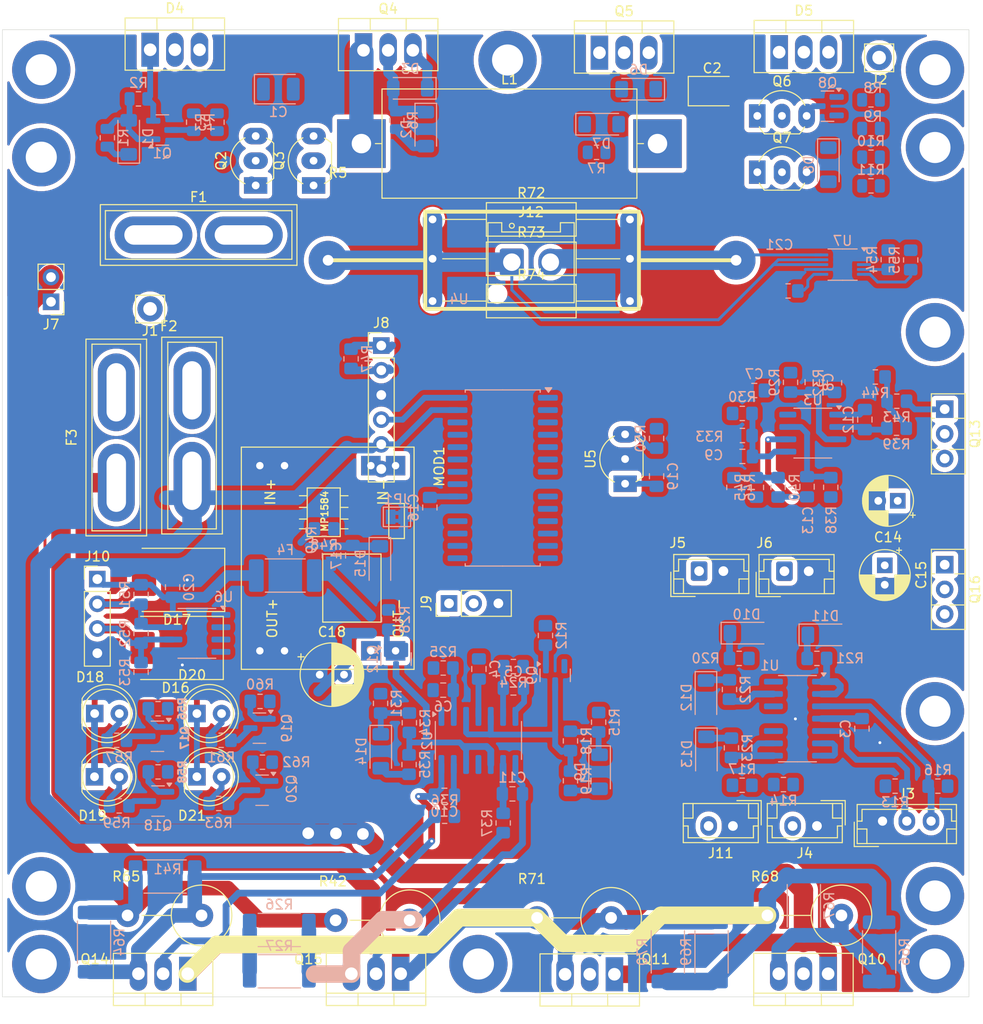
<source format=kicad_pcb>
(kicad_pcb (version 20240108) (generator "pcbnew") (generator_version "8.0")
  (layers (0 "F.Cu" signal) (31 "B.Cu" signal) (34 "B.Paste" user) (35 "F.Paste" user) (36 "B.SilkS" user "B.Silkscreen") (37 "F.SilkS" user "F.Silkscreen") (38 "B.Mask" user) (39 "F.Mask" user) (44 "Edge.Cuts" user))
  (net 0 "")
  (net 1 "GND")
  (net 2 "VOLTAGE_BATT_12V")
  (net 3 "VREF_2V5")
  (net 4 "Net-(U2A--)")
  (net 5 "+5V")
  (net 6 "Net-(Q10-B)")
  (net 7 "Net-(U2B--)")
  (net 8 "Net-(Q19-B)")
  (net 9 "Net-(Q20-B)")
  (net 10 "TEMP_HEAT_SINK_12V")
  (net 11 "TEMP_HEAT_SINK_24V")
  (net 12 "TEMP_AKU_24V")
  (net 13 "TEMP_AKU_12V")
  (net 14 "Net-(U3A-+)")
  (net 15 "DC_LINE_24V")
  (net 16 "Net-(U3B-+)")
  (net 17 "Net-(Q16-B)")
  (net 18 "Net-(Q17-C)")
  (net 19 "Net-(Q17-B)")
  (net 20 "Net-(Q18-B)")
  (net 21 "Net-(U2C--)")
  (net 22 "Net-(U2D--)")
  (net 23 "BALANCE_ON_24V")
  (net 24 "BALANCE_ON_12V")
  (net 25 "Net-(U3A--)")
  (net 26 "Net-(U3B--)")
  (net 27 "Net-(J6-Pin_1)")
  (net 28 "PWM_OUT1")
  (net 29 "Net-(J5-Pin_1)")
  (net 30 "PWM_OUT2")
  (net 31 "Net-(D1-A)")
  (net 32 "Net-(D2-K)")
  (net 33 "Net-(MOD1-OUT+)")
  (net 34 "Net-(Q4-D)")
  (net 35 "Net-(Q5-D)")
  (net 36 "Net-(D6-A)")
  (net 37 "Net-(C13-Pad1)")
  (net 38 "Net-(D8-A)")
  (net 39 "Net-(D14-K)")
  (net 40 "/BMS_microcontroller/RS485_A")
  (net 41 "/BMS_microcontroller/RS485_B")
  (net 42 "Net-(D18-A)")
  (net 43 "Net-(D19-A)")
  (net 44 "Net-(D20-A)")
  (net 45 "Net-(D21-A)")
  (net 46 "Net-(J1-Pin_1)")
  (net 47 "Net-(J7-Pin_1)")
  (net 48 "Net-(D2-A)")
  (net 49 "Net-(D7-A)")
  (net 50 "Net-(Q9-C)")
  (net 51 "Net-(Q9-B)")
  (net 52 "Net-(Q10-E)")
  (net 53 "Net-(Q12-B)")
  (net 54 "RST")
  (net 55 "Net-(Q12-C)")
  (net 56 "Net-(Q14-E)")
  (net 57 "SDA")
  (net 58 "CLOCK")
  (net 59 "RS485_OUTPUT_ENABLE")
  (net 60 "RS232_RX")
  (net 61 "RS232_TX")
  (net 62 "Net-(Q18-C)")
  (net 63 "Net-(Q19-C)")
  (net 64 "Net-(Q20-C)")
  (net 65 "Net-(U1B--)")
  (net 66 "Net-(U1A--)")
  (net 67 "Net-(U1D--)")
  (net 68 "PGD")
  (net 69 "PGC")
  (net 70 "DBG_UART")
  (net 71 "Net-(U1C--)")
  (net 72 "+BATT_12V")
  (net 73 "GNDA")
  (net 74 "Net-(D9-K)")
  (net 75 "Net-(R40-Pad2)")
  (net 76 "+BATT_24V")
  (net 77 "Net-(R39-Pad2)")
  (net 78 "Net-(Q13-B)")
  (net 80 "Net-(Q14-B)")
  (net 81 "Net-(Q15-B)")
  (net 82 "Net-(Q15-E)")
  (net 83 "RC0")
  (net 84 "IDEAL_DIODE_DISABLE")
  (net 85 "Net-(J3-Pin_2)")
  (net 86 "Net-(J3-Pin_3)")
  (net 87 "Net-(J4-Pin_2)")
  (net 88 "Net-(J11-Pin_2)")
  (net 89 "PWM_OUT_DISCH")
  (net 90 "Net-(Q1-C)")
  (net 91 "Net-(Q2-B)")
  (net 92 "LED1")
  (net 93 "LED2")
  (net 94 "PWM_OUT_CHRG")
  (net 95 "Net-(Q6-B)")
  (net 96 "Net-(Q8-C)")
  (net 97 "Net-(Q11-B)")
  (net 98 "Net-(Q11-E)")
  (net 99 "R_shunt_L")
  (net 100 "R_shunt_H")
  (footprint "Resistor_THT:R_Axial_DIN0309_L9.0mm_D3.2mm_P20.32mm_Horizontal" (layer "F.Cu") (at 201.28 74.45)
    (property "Reference" "R73")
    (property "Value" "20A/75mV")
  )
  (footprint "LED_THT:LED_D5.0mm" (layer "F.Cu") (at 166.495 121.235)
    (property "Reference" "D18")
    (property "Value" "LED")
  )
  (footprint "Connector_JST:JST_EH_B2B-EH-A_1x02_P2.50mm_Vertical" (layer "F.Cu") (at 232.2 132.8 180)
    (property "Reference" "J11")
    (property "Value" "HEATSING_TEMP1")
  )
  (footprint "LED_THT:LED_D5.0mm" (layer "F.Cu") (at 177.02 121.235)
    (property "Reference" "D20")
    (property "Value" "LED")
  )
  (footprint "Connector_JST:JST_EH_B2B-EH-A_1x02_P2.50mm_Vertical" (layer "F.Cu") (at 237.5 106.59)
    (property "Reference" "J6")
    (property "Value" "FAN2")
  )
  (footprint "Connector_PinHeader_2.54mm:PinHeader_1x06_P2.54mm_Vertical" (layer "F.Cu") (at 196 83.38)
    (property "Reference" "J8")
    (property "Value" "ICP")
  )
  (footprint "Connector_JST:JST_EH_B2B-EH-A_1x02_P2.50mm_Vertical" (layer "F.Cu") (at 228.72 106.58)
    (property "Reference" "J5")
    (property "Value" "FAN1")
  )
  (footprint "Connector_Pin:Pin_D1.4mm_L8.5mm_W2.8mm_FlatFork" (layer "F.Cu") (at 172.2 79.6)
    (property "Reference" "J1")
    (property "Value" "BATT")
  )
  (footprint "Resistor_THT:R_Axial_DIN0617_L17.0mm_D6.0mm_P7.62mm_Vertical" (layer "F.Cu") (at 243.37 142 180)
    (property "Reference" "R68")
    (property "Value" "0R1")
  )
  (footprint "My-Footprints:TO-220-3_V_Thick_Pads" (layer "F.Cu") (at 194.17 53)
    (property "Reference" "Q4")
    (property "Value" "PMOS")
  )
  (footprint "Connector_JST:JST_EH_B3B-EH-A_1x03_P2.50mm_Vertical" (layer "F.Cu") (at 247.6 132.3)
    (property "Reference" "J3")
    (property "Value" "Conn_01x03")
  )
  (footprint "My-Footprints:TO-220-3_V_Thick_Pads" (layer "F.Cu") (at 236.96 53.195)
    (property "Reference" "D5")
    (property "Value" "D_Schottk")
  )
  (footprint "Connector_PinHeader_2.54mm:PinHeader_1x03_P2.54mm_Vertical" (layer "F.Cu") (at 202.975 109.9 90)
    (property "Reference" "J9")
    (property "Value" "Conn_01x03")
  )
  (footprint "My-Footprints:TO-220-3_V_Thick_Pads" (layer "F.Cu") (at 176.08 148 180)
    (property "Reference" "Q14")
    (property "Value" "NPN")
  )
  (footprint "Diode_SMD:D_SMC" (layer "F.Cu") (at 174.825 114.485 180)
    (property "Reference" "D16")
    (property "Value" "D_TVS")
  )
  (footprint "Resistor_THT:R_Axial_DIN0309_L9.0mm_D3.2mm_P20.32mm_Horizontal" (layer "F.Cu") (at 201.28 70.4)
    (property "Reference" "R72")
    (property "Value" "20A/75mV")
  )
  (footprint "Resistor_THT:R_Axial_DIN0617_L17.0mm_D6.0mm_P7.62mm_Vertical" (layer "F.Cu") (at 177.5 142 180)
    (property "Reference" "R65")
    (property "Value" "0R1")
  )
  (footprint "Resistor_THT:R_Axial_DIN0309_L9.0mm_D3.2mm_P20.32mm_Horizontal" (layer "F.Cu") (at 201.28 78.8)
    (property "Reference" "R74")
    (property "Value" "R")
  )
  (footprint "My-Footprints:TO-92_Inline_Wide" (layer "F.Cu") (at 183.0712 66.9036 90)
    (property "Reference" "Q2")
    (property "Value" "BC337")
  )
  (footprint "Diode_SMD:D_SMC" (layer "F.Cu") (at 174.975 107.485 180)
    (property "Reference" "D17")
    (property "Value" "D_TVS")
  )
  (footprint "Capacitor_THT:CP_Radial_D5.0mm_P2.00mm" (layer "F.Cu") (at 247.83 105.984888 -90)
    (property "Reference" "C15")
    (property "Value" "47u")
  )
  (footprint "Package_TO_SOT_THT:TO-126-3_Vertical" (layer "F.Cu") (at 254 89.92 -90)
    (property "Reference" "Q13")
    (property "Value" "BD238")
  )
  (footprint "Inductor_THT:L_Axial_L26.0mm_D11.0mm_P30.48mm_Horizontal_Fastron_77A" (layer "F.Cu") (at 193.955 62.6)
    (property "Reference" "L1")
    (property "Value" "L")
  )
  (footprint "Fuse:Fuse_Blade_ATO_directSolder" (layer "F.Cu") (at 172.55 72)
    (property "Reference" "F1")
    (property "Value" "6,3A")
  )
  (footprint "LED_THT:LED_D5.0mm" (layer "F.Cu") (at 166.48 127.735)
    (property "Reference" "D19")
    (property "Value" "LED")
  )
  (footprint "Connector_Hirose:Hirose_DF63M-2P-3.96DSA_1x02_P3.96mm_Vertical" (layer "F.Cu") (at 209.44 74.8)
    (property "Reference" "J12")
    (property "Value" "External Current Shunt")
  )
  (footprint "Connector_PinHeader_2.54mm:PinHeader_1x04_P2.54mm_Vertical" (layer "F.Cu") (at 166.77 107.405)
    (property "Reference" "J10")
    (property "Value" "RS485")
  )
  (footprint "My-Footprints:TO-220-3_V_Thick_Pads" (layer "F.Cu") (at 220 148.055 180)
    (property "Reference" "Q11")
    (property "Value" "NPN")
  )
  (footprint "Connector_PinHeader_2.54mm:PinHeader_1x02_P2.54mm_Vertical" (layer "F.Cu") (at 162 78.875 180)
    (property "Reference" "J7")
    (property "Value" "Batt")
  )
  (footprint "My-Footprints:TO-220-3_V_Thick_Pads" (layer "F.Cu") (at 198 148 180)
    (property "Reference" "Q15")
    (property "Value" "NPN")
  )
  (footprint "Connector_JST:JST_EH_B2B-EH-A_1x02_P2.50mm_Vertical" (layer "F.Cu") (at 240.85 132.8 180)
    (property "Reference" "J4")
    (property "Value" "HEATSING_TEMP1")
  )
  (footprint "My-Footprints:TO-220-3_V_Thick_Pads" (layer "F.Cu") (at 218.46 53.25)
    (property "Reference" "Q5")
    (property "Value" "PMOS")
  )
  (footprint "Capacitor_THT:CP_Radial_D6.3mm_P2.50mm" (layer "F.Cu") (at 189.667621 117.234998)
    (property "Reference" "C18")
    (property "Value" "10u")
  )
  (footprint "LED_THT:LED_D5.0mm" (layer "F.Cu") (at 177.02 127.735)
    (property "Reference" "D21")
    (property "Value" "LED")
  )
  (footprint "Capacitor_Tantalum_SMD:CP_EIA-3528-21_Kemet-B" (layer "F.Cu") (at 230.0625 57.2)
    (property "Reference" "C2")
    (property "Value" "22u")
  )
  (footprint "My-Footprints:TO-220-3_V_Thick_Pads" (layer "F.Cu") (at 242 148 180)
    (property "Reference" "Q10")
    (property "Value" "NPN")
  )
  (footprint "My-Footprints:TO-92_Inline_Wide" (layer "F.Cu") (at 221.1 97.59 90)
    (property "Reference" "U5")
    (property "Value" "TL431LP")
  )
  (footprint "Capacitor_THT:CP_Radial_D5.0mm_P2.00mm" (layer "F.Cu") (at 249.165113 99.35 180)
    (property "Reference" "C14")
    (property "Value" "47u/16V")
  )
  (footprint "My-Footprints:TO-92_Inline_Wide" (layer "F.Cu") (at 234.71 65.54)
    (property "Reference" "Q7")
    (property "Value" "BC327")
  )
  (footprint "Connector_Pin:Pin_D1.4mm_L8.5mm_W2.8mm_FlatFork" (layer "F.Cu") (at 247.25 53.75)
    (property "Reference" "J2")
    (property "Value" "OUT")
  )
  (footprint "My-Footprints:TO-92_Inline_Wide" (layer "F.Cu") (at 234.71 59.75)
    (property "Reference" "Q6")
    (property "Value" "BC337")
  )
  (footprint "My-Footprints:TO-220-3_V_Thick_Pads" (layer "F.Cu") (at 172.21 52.945)
    (property "Reference" "D4")
    (property "Value" "D_Schottk")
  )
  (footprint "Resistor_THT:R_Axial_DIN0617_L17.0mm_D6.0mm_P7.62mm_Vertical" (layer "F.Cu") (at 198.92 142.5 180)
    (property "Reference" "R42")
    (property "Value" "0R1")
  )
  (footprint "Fuse:Fuse_Blade_ATO_directSolder" (layer "F.Cu") (at 168.72 97.485 90)
    (property "Reference" "F3")
    (property "Value" "6,3A")
  )
  (footprint "Resistor_THT:R_Axial_DIN0617_L17.0mm_D6.0mm_P7.62mm_Vertical" (layer "F.Cu") (at 219.66 142.25 180)
    (property "Reference" "R71")
    (property "Value" "0R1")
  )
  (footprint "My-Footprints-converters-modules:MP1584_Mini_3A_Step_Down_Conv" (layer "F.Cu") (at 199.375 93.825 -90)
    (property "Reference" "MOD1")
    (property "Value" "LM2596-Step-Down")
  )
  (footprint "My-Footprints:TO-92_Inline_Wide" (layer "F.Cu") (at 189.0312 66.9036 90)
    (property "Reference" "Q3")
    (property "Value" "BC327")
  )
  (footprint "My-Footprints:Resistor-Power-5W-L22-W10" (layer "F.Cu") (at 188.525 74.6)
    (property "Reference" "R5")
    (property "Value" "20A/75mV")
  )
  (footprint "Package_TO_SOT_THT:TO-126-3_Vertical" (layer "F.Cu") (at 254 105.92 -90)
    (property "Reference" "Q16")
    (property "Value" "BD238")
  )
  (footprint "Fuse:Fuse_Blade_ATO_directSolder" (layer "F.Cu") (at 176.52 97.285 90)
    (property "Reference" "F2")
    (property "Value" "2A")
  )
  (footprint "Resistor_SMD:R_2512_6332Metric_Pad1.40x3.35mm_HandSolder" (layer "B.Cu") (at 247.25 145.75 90)
    (property "Reference" "R66")
    (property "Value" "0R1")
  )
  (footprint "Resistor_SMD:R_0805_2012Metric_Pad1.20x1.40mm_HandSolder" (layer "B.Cu") (at 208.55 132.49 -90)
    (property "Reference" "R37")
    (property "Value" "0R")
  )
  (footprint "Capacitor_SMD:C_0805_2012Metric_Pad1.18x1.45mm_HandSolder" (layer "B.Cu") (at 240.36 87.14 90)
    (property "Reference" "C8")
    (property "Value" "1u")
  )
  (footprint "Capacitor_SMD:C_0805_2012Metric_Pad1.18x1.45mm_HandSolder" (layer "B.Cu") (at 234.4 88 180)
    (property "Reference" "C7")
    (property "Value" "100n")
  )
  (footprint "Package_TO_SOT_SMD:SOT-23" (layer "B.Cu") (at 197.52 115.63 -90)
    (property "Reference" "Q12")
    (property "Value" "BC817")
  )
  (footprint "Resistor_SMD:R_0805_2012Metric_Pad1.20x1.40mm_HandSolder" (layer "B.Cu") (at 218.375 122.125 90)
    (property "Reference" "R15")
    (property "Value" "120R")
  )
  (footprint "Capacitor_SMD:C_0805_2012Metric_Pad1.18x1.45mm_HandSolder" (layer "B.Cu") (at 201 100.0375 -90)
    (property "Reference" "C16")
    (property "Value" "100n")
  )
  (footprint "Package_TO_SOT_SMD:SOT-23" (layer "B.Cu") (at 213.9 117.3 -90)
    (property "Reference" "Q9")
    (property "Value" "BC817")
  )
  (footprint "Package_SO:SO-8_3.9x4.9mm_P1.27mm" (layer "B.Cu") (at 240.425 92.385 180)
    (property "Reference" "U3")
    (property "Value" "LM358")
  )
  (footprint "Resistor_SMD:R_0805_2012Metric_Pad1.20x1.40mm_HandSolder" (layer "B.Cu") (at 232.045 124.76 90)
    (property "Reference" "R23")
    (property "Value" "1k")
  )
  (footprint "Resistor_SMD:R_0805_2012Metric" (layer "B.Cu") (at 218.1625 63.5)
    (property "Reference" "R7")
    (property "Value" "100R")
  )
  (footprint "Resistor_SMD:R_0805_2012Metric_Pad1.20x1.40mm_HandSolder" (layer "B.Cu") (at 171.27 108.985 -90)
    (property "Reference" "R51")
    (property "Value" "510R")
  )
  (footprint "Resistor_SMD:R_0805_2012Metric_Pad1.20x1.40mm_HandSolder" (layer "B.Cu") (at 183.52 119.985)
    (property "Reference" "R60")
    (property "Value" "10K")
  )
  (footprint "Resistor_SMD:R_0805_2012Metric" (layer "B.Cu") (at 179.0875 60.4 -90)
    (property "Reference" "R3")
    (property "Value" "10k")
  )
  (footprint "Capacitor_SMD:C_0805_2012Metric_Pad1.18x1.45mm_HandSolder" (layer "B.Cu") (at 233.1725 94.78 180)
    (property "Reference" "C9")
    (property "Value" "1u")
  )
  (footprint "Resistor_SMD:R_2512_6332Metric_Pad1.40x3.35mm_HandSolder" (layer "B.Cu") (at 239.5 141 90)
    (property "Reference" "R67")
    (property "Value" "0R1")
  )
  (footprint "Resistor_SMD:R_0805_2012Metric_Pad1.20x1.40mm_HandSolder" (layer "B.Cu") (at 198.86 126.48 90)
    (property "Reference" "R35")
    (property "Value" "120R")
  )
  (footprint "Capacitor_SMD:C_0805_2012Metric_Pad1.18x1.45mm_HandSolder" (layer "B.Cu") (at 202.375 118.825)
    (property "Reference" "C6")
    (property "Value" "100n")
  )
  (footprint "Resistor_SMD:R_0805_2012Metric_Pad1.20x1.40mm_HandSolder" (layer "B.Cu") (at 215.475 128.15 90)
    (property "Reference" "R19")
    (property "Value" "120R")
  )
  (footprint "Capacitor_SMD:C_0805_2012Metric_Pad1.18x1.45mm_HandSolder" (layer "B.Cu") (at 209.5 129.5 180)
    (property "Reference" "C11")
    (property "Value" "100n")
  )
  (footprint "Package_SO:VSSOP-10_3x3mm_P0.5mm" (layer "B.Cu") (at 243.49 75.05 180)
    (property "Reference" "U7")
    (property "Value" "INA226")
  )
  (footprint "Resistor_SMD:R_0805_2012Metric_Pad1.20x1.40mm_HandSolder" (layer "B.Cu") (at 173.02 120.735)
    (property "Reference" "R56")
    (property "Value" "10K")
  )
  (footprint "Package_TO_SOT_SMD:SOT-23" (layer "B.Cu") (at 183.7325 129.1225 180)
    (property "Reference" "Q20")
    (property "Value" "BC817")
  )
  (footprint "Capacitor_SMD:C_0805_2012Metric_Pad1.18x1.45mm_HandSolder" (layer "B.Cu") (at 209.6 118.6 180)
    (property "Reference" "C5")
    (property "Value" "100n")
  )
  (footprint "Resistor_SMD:R_0805_2012Metric_Pad1.20x1.40mm_HandSolder" (layer "B.Cu") (at 240.845 115.56 180)
    (property "Reference" "R21")
    (property "Value" "1k")
  )
  (footprint "Package_SO:SOIC-14_3.9x8.7mm_P1.27mm" (layer "B.Cu") (at 238.845 121.76 180)
    (property "Reference" "U1")
    (property "Value" "LM324")
  )
  (footprint "Diode_SMD:D_MiniMELF" (layer "B.Cu") (at 218.475 127.225 -90)
    (property "Reference" "D9")
    (property "Value" "3V3")
  )
  (footprint "Diode_SMD:D_MiniMELF" (layer "B.Cu") (at 229.4225 119.5825 -90)
    (property "Reference" "D12")
    (property "Value" "3V3")
  )
  (footprint "Resistor_SMD:R_0805_2012Metric_Pad1.20x1.40mm_HandSolder" (layer "B.Cu") (at 215.475 124.05 90)
    (property "Reference" "R18")
    (property "Value" "120R")
  )
  (footprint "Resistor_SMD:R_0805_2012Metric_Pad1.20x1.40mm_HandSolder" (layer "B.Cu") (at 233.15 128.61 180)
    (property "Reference" "R17")
    (property "Value" "150k")
  )
  (footprint "Resistor_SMD:R_0805_2012Metric" (layer "B.Cu") (at 246.4125 61.05 180)
    (property "Reference" "R9")
    (property "Value" "1k")
  )
  (footprint "Jumper:SolderJumper-2_P1.3mm_Bridged2Bar_Pad1.0x1.5mm" (layer "B.Cu") (at 197.61 101 180)
    (property "Reference" "JP1")
    (property "Value" "GND_Bridged")
  )
  (footprint "Resistor_SMD:R_0805_2012Metric" (layer "B.Cu") (at 171 58 180)
    (property "Reference" "R2")
    (property "Value" "10k")
  )
  (footprint "Resistor_SMD:R_0805_2012Metric_Pad1.20x1.40mm_HandSolder" (layer "B.Cu") (at 238.13 87.16 -90)
    (property "Reference" "R29")
    (property "Value" "2k2")
  )
  (footprint "Resistor_SMD:R_0805_2012Metric_Pad1.20x1.40mm_HandSolder" (layer "B.Cu") (at 242.66 87.2 -90)
    (property "Reference" "R32")
    (property "Value" "100k")
  )
  (footprint "Resistor_SMD:R_0805_2012Metric_Pad1.20x1.40mm_HandSolder" (layer "B.Cu") (at 192.89 84.74 90)
    (property "Reference" "R47")
    (property "Value" "10k")
  )
  (footprint "Resistor_SMD:R_0805_2012Metric_Pad1.20x1.40mm_HandSolder" (layer "B.Cu") (at 233.1725 92.63)
    (property "Reference" "R33")
    (property "Value" "100k")
  )
  (footprint "Resistor_SMD:R_2512_6332Metric_Pad1.40x3.35mm_HandSolder" (layer "B.Cu") (at 173.75 138 180)
    (property "Reference" "R41")
    (property "Value" "0R1")
  )
  (footprint "Resistor_SMD:R_0805_2012Metric_Pad1.20x1.40mm_HandSolder" (layer "B.Cu") (at 242.27 97.96 90)
    (property "Reference" "R38")
    (property "Value" "1k")
  )
  (footprint "Resistor_SMD:R_0805_2012Metric_Pad1.20x1.40mm_HandSolder" (layer "B.Cu") (at 202.375 116.55 180)
    (property "Reference" "R25")
    (property "Value" "0R")
  )
  (footprint "Resistor_SMD:R_0805_2012Metric_Pad1.20x1.40mm_HandSolder" (layer "B.Cu") (at 212.9 113.2 90)
    (property "Reference" "R12")
    (property "Value" "10k")
  )
  (footprint "Resistor_SMD:R_0805_2012Metric_Pad1.20x1.40mm_HandSolder" (layer "B.Cu") (at 171.27 116.985 -90)
    (property "Reference" "R53")
    (property "Value" "510R")
  )
  (footprint "Resistor_SMD:R_2512_6332Metric_Pad1.40x3.35mm_HandSolder" (layer "B.Cu") (at 166.43 144.75 90)
    (property "Reference" "R64")
    (property "Value" "0R1")
  )
  (footprint "Resistor_SMD:R_0805_2012Metric_Pad1.20x1.40mm_HandSolder" (layer "B.Cu") (at 168.77 123.985 180)
    (property "Reference" "R57")
    (property "Value" "220R")
  )
  (footprint "Resistor_SMD:R_0805_2012Metric_Pad1.20x1.40mm_HandSolder" (layer "B.Cu") (at 224.34 92.93 -90)
    (property "Reference" "R50")
    (property "Value" "1k")
  )
  (footprint "Diode_SMD:D_MiniMELF" (layer "B.Cu") (at 242.0225 64.7725 -90)
    (property "Reference" "D8")
    (property "Value" "LL4148")
  )
  (footprint "Diode_SMD:D_MiniMELF" (layer "B.Cu") (at 200.58125 61.1125 -90)
    (property "Reference" "D2")
    (property "Value" "LL4148")
  )
  (footprint "Resistor_SMD:R_0805_2012Metric_Pad1.20x1.40mm_HandSolder" (layer "B.Cu") (at 233.1625 90.36)
    (property "Reference" "R30")
    (property "Value" "2k2")
  )
  (footprint "Package_TO_SOT_SMD:SOT-23" (layer "B.Cu") (at 173.02 130.235 180)
    (property "Reference" "Q18")
    (property "Value" "BC817")
  )
  (footprint "Resistor_SMD:R_0805_2012Metric_Pad1.20x1.40mm_HandSolder" (layer "B.Cu") (at 183.77 126.235)
    (property "Reference" "R62")
    (property "Value" "10K")
  )
  (footprint "Resistor_SMD:R_0805_2012Metric" (layer "B.Cu") (at 246.4125 58.1 180)
    (property "Reference" "R8")
    (property "Value" "10k")
  )
  (footprint "Diode_SMD:D_MiniMELF" (layer "B.Cu") (at 233.645 112.96)
    (property "Reference" "D10")
    (property "Value" "3V3")
  )
  (footprint "Resistor_SMD:R_2512_6332Metric_Pad1.40x3.35mm_HandSolder" (layer "B.Cu") (at 230 145.75 -90)
    (property "Reference" "R69")
    (property "Value" "0R1")
  )
  (footprint "Diode_SMD:D_MiniMELF" (layer "B.Cu") (at 198.98125 56.9125 180)
    (property "Reference" "D3")
    (property "Value" "18V")
  )
  (footprint "Capacitor_SMD:C_0805_2012Metric_Pad1.18x1.45mm_HandSolder" (layer "B.Cu") (at 193.06 104.98 -90)
    (property "Reference" "C17")
    (property "Value" "100n")
  )
  (footprint "Resistor_SMD:R_0805_2012Metric" (layer "B.Cu") (at 246.4125 66.95 180)
    (property "Reference" "R11")
    (property "Value" "4k7")
  )
  (footprint "Fuse:Fuse_2512_6332Metric_Pad1.52x3.35mm_HandSolder" (layer "B.Cu") (at 186.12 107.035 180)
    (property "Reference" "F4")
    (property "Value" "2A")
  )
  (footprint "Capacitor_Tantalum_SMD:CP_EIA-3528-21_Kemet-B" (layer "B.Cu") (at 185.4 57)
    (property "Reference" "C1")
    (property "Value" "22u")
  )
  (footprint "Resistor_SMD:R_0805_2012Metric_Pad1.20x1.40mm_HandSolder" (layer "B.Cu") (at 231.845 118.76 90)
    (property "Reference" "R22")
    (property "Value" "1k")
  )
  (footprint "Diode_SMD:D_MiniMELF" (layer "B.Cu") (at 218.685594 60.605)
    (property "Reference" "D7")
    (property "Value" "LL4148")
  )
  (footprint "Resistor_SMD:R_0805_2012Metric_Pad1.20x1.40mm_HandSolder" (layer "B.Cu") (at 195.9275 120.1875 90)
    (property "Reference" "R31")
    (property "Value" "120R")
  )
  (footprint "Resistor_SMD:R_0805_2012Metric" (layer "B.Cu") (at 176.6875 60.4 90)
    (property "Reference" "R4")
    (property "Value" "1k")
  )
  (footprint "Capacitor_SMD:C_0805_2012Metric_Pad1.18x1.45mm_HandSolder" (layer "B.Cu") (at 174.52 108.235 90)
    (property "Reference" "C20")
    (property "Value" "100n")
  )
  (footprint "Diode_SMD:D_MiniMELF" (layer "B.Cu") (at 170 61.955 90)
    (property "Reference" "D1")
    (property "Value" "LL4148")
  )
  (footprint "Capacitor_SMD:C_0805_2012Metric_Pad1.18x1.45mm_HandSolder" (layer "B.Cu") (at 245.78 90.99 -90)
    (property "Reference" "C12")
    (property "Value" "100n")
  )
  (footprint "Diode_SMD:D_MiniMELF" (layer "B.Cu") (at 195.86 105.78 -90)
    (property "Reference" "D15")
    (property "Value" "3V3")
  )
  (footprint "Resistor_SMD:R_0805_2012Metric_Pad1.20x1.40mm_HandSolder" (layer "B.Cu") (at 248.19 74.54 -90)
    (property "Reference" "R54")
    (property "Value" "10k")
  )
  (footprint "Resistor_SMD:R_2512_6332Metric_Pad1.40x3.35mm_HandSolder" (layer "B.Cu") (at 185.5 147.75 180)
    (property "Reference" "R27")
    (property "Value" "0R1")
  )
  (footprint "Resistor_SMD:R_0805_2012Metric_Pad1.20x1.40mm_HandSolder" (layer "B.Cu") (at 202.525 131.8 180)
    (property "Reference" "R36")
    (property "Value" "0R")
  )
  (footprint "Package_TO_SOT_SMD:SOT-23" (layer "B.Cu") (at 172.9575 123.5725 180)
    (property "Reference" "Q17")
    (property "Value" "BC817")
  )
  (footprint "Resistor_SMD:R_0805_2012Metric_Pad1.20x1.40mm_HandSolder" (layer "B.Cu") (at 173.02 127.235)
    (property "Reference" "R58")
    (property "Value" "10K")
  )
  (footprint "Resistor_SMD:R_0805_2012Metric_Pad1.20x1.40mm_HandSolder" (layer "B.Cu") (at 253.3 128.7 180)
    (property "Reference" "R16")
    (property "Value" "150k")
  )
  (footprint "Capacitor_SMD:C_0805_2012Metric_Pad1.18x1.45mm_HandSolder" (layer "B.Cu") (at 202.5 129.65)
    (property "Reference" "C10")
    (property "Value" "100n")
  )
  (footprint "Resistor_SMD:R_0805_2012Metric_Pad1.20x1.40mm_HandSolder" (layer "B.Cu") (at 169.02 130.735 180)
    (property "Reference" "R59")
    (property "Value" "220R")
  )
  (footprint "Resistor_SMD:R_0805_2012Metric_Pad1.20x1.40mm_HandSolder" (layer "B.Cu") (at 190.66 104.98 -90)
    (property "Reference" "R49")
    (property "Value" "1k3")
  )
  (footprint "Package_TO_SOT_SMD:SOT-23" (layer "B.Cu") (at 241.9375 58.75 180)
    (property "Reference" "Q8")
    (property "Value" "BC817")
  )
  (footprint "Capacitor_SMD:C_0805_2012Metric_Pad1.18x1.45mm_HandSolder" (layer "B.Cu") (at 206.05 116.65 90)
    (property "Reference" "C4")
    (property "Value" "100n")
  )
  (footprint "Package_SO:SOIC-8_3.9x4.9mm_P1.27mm" (layer "B.Cu") (at 177.02 112.985 180)
    (property "Reference" "U6")
    (property "Value" "ST485")
  )
  (footprint "Resistor_SMD:R_0805_2012Metric_Pad1.20x1.40mm_HandSolder" (layer "B.Cu") (at 190.12 102.235)
    (property "Reference" "R48")
    (property "Value" "6k8")
  )
  (footprint "Resistor_SMD:R_0805_2012Metric_Pad1.20x1.40mm_HandSolder" (layer "B.Cu") (at 246.86 86.61)
    (property "Reference" "R44")
    (property "Value" "6k2")
  )
  (footprint "Package_SO:SOIC-14_3.9x8.7mm_P1.27mm" (layer "B.Cu") (at 206 124 -90)
    (property "Reference" "U2")
    (property "Value" "LM324")
  )
  (footprint "Resistor_SMD:R_0805_2012Metric_Pad1.20x1.40mm_HandSolder" (layer "B.Cu") (at 179.27 130.485 180)
    (property "Reference" "R63")
    (property "Value" "220R")
  )
  (footprint "Package_TO_SOT_SMD:SOT-23" (layer "B.Cu") (at 183.4575 122.735 180)
    (property "Reference" "Q19")
    (property "Value" "BC817")
  )
  (footprint "Resistor_SMD:R_0805_2012Metric_Pad1.20x1.40mm_HandSolder" (layer "B.Cu") (at 237.4 128.54)
    (property "Reference" "R14")
    (property "Value" "150k")
  )
  (footprint "Diode_SMD:D_MiniMELF" (layer "B.Cu") (at 241.6675 113.1375)
    (property "Reference" "D11")
    (property "Value" "3V3")
  )
  (footprint "Resistor_SMD:R_0805_2012Metric_Pad1.20x1.40mm_HandSolder" (layer "B.Cu") (at 179.52 123.985 180)
    (property "Reference" "R61")
    (property "Value" "220R")
  )
  (footprint "Resistor_SMD:R_0805_2012Metric_Pad1.20x1.40mm_HandSolder" (layer "B.Cu") (at 232.3 97.97 90)
    (property "Reference" "R46")
    (property "Value" "6k2")
  )
  (footprint "Resistor_SMD:R_0805_2012Metric_Pad1.20x1.40mm_HandSolder" (layer "B.Cu") (at 249.04 91.88)
    (property "Reference" "R39")
    (property "Value" "0R")
  )
  (footprint "Capacitor_SMD:C_0805_2012Metric_Pad1.18x1.45mm_HandSolder" (layer "B.Cu") (at 224.34 96.82 90)
    (property "Reference" "C19")
    (property "Value" "100n")
  )
  (footprint "Resistor_SMD:R_2512_6332Metric_Pad1.40x3.35mm_HandSolder" (layer "B.Cu") (at 185.5 143.5 180)
    (property "Reference" "R26")
    (property "Value" "0R1")
  )
  (footprint "Resistor_SMD:R_0805_2012Metric" (layer "B.Cu") (at 246.4125 64 180)
    (property "Reference" "R10")
    (property "Value" "10k")
  )
  (footprint "Capacitor_SMD:C_0805_2012Metric_Pad1.18x1.45mm_HandSolder" (layer "B.Cu") (at 245.48 122.79 -90)
    (property "Reference" "C3")
    (property "Value" "100n")
  )
  (footprint "Resistor_SMD:R_2512_6332Metric_Pad1.40x3.35mm_HandSolder" (layer "B.Cu") (at 225.5 145.75 -90)
    (property "Reference" "R70")
    (property "Value" "0R1")
  )
  (footprint "Resistor_SMD:R_0805_2012Metric_Pad1.20x1.40mm_HandSolder" (layer "B.Cu") (at 171.27 112.985 -90)
    (property "Reference" "R52")
    (property "Value" "120R")
  )
  (footprint "Resistor_SMD:R_0805_2012Metric_Pad1.20x1.40mm_HandSolder" (layer "B.Cu") (at 196.77 111.5675 90)
    (property "Reference" "R28")
    (property "Value" "10k")
  )
  (footprint "Diode_SMD:D_MiniMELF" (layer "B.Cu") (at 195.95 125.11 -90)
    (property "Reference" "D14")
    (property "Value" "3V3")
  )
  (footprint "Resistor_SMD:R_0805_2012Metric_Pad1.20x1.40mm_HandSolder" (layer "B.Cu") (at 234.62 97.97 -90)
    (property "Reference" "R45")
    (property "Value" "10k")
  )
  (footprint "Capacitor_SMD:C_0805_2012Metric_Pad1.18x1.45mm_HandSolder" (layer "B.Cu") (at 239.83 97.9 -90)
    (property "Reference" "C13")
    (property "Value" "100n")
  )
  (footprint "Resistor_SMD:R_0805_2012Metric_Pad1.20x1.40mm_HandSolder" (layer "B.Cu") (at 237.88 77.76 180)
    (property "Reference" "C21")
    (property "Value" "100n")
  )
  (footprint "Diode_SMD:D_MiniMELF" (layer "B.Cu") (at 222.5 57 180)
    (property "Reference" "D6")
    (property "Value" "18V")
  )
  (footprint "Resistor_SMD:R_0805_2012Metric_Pad1.20x1.40mm_HandSolder" (layer "B.Cu") (at 209.6 116.4)
    (property "Reference" "R24")
    (property "Value" "0R")
  )
  (footprint "Package_TO_SOT_SMD:SOT-23" (layer "B.Cu") (at 173.4625 61.2)
    (property "Reference" "Q1")
    (property "Value" "BC817")
  )
  (footprint "Resistor_SMD:R_0805_2012Metric" (layer "B.Cu") (at 167.8 62 90)
    (property "Reference" "R1")
    (property "Value" "4k7")
  )
  (footprint "Resistor_SMD:R_0805_2012Metric_Pad1.20x1.40mm_HandSolder" (layer "B.Cu") (at 236.85 97.96 90)
    (property "Reference" "R40")
    (property "Value" "0R")
  )
  (footprint "Diode_SMD:D_MiniMELF" (layer "B.Cu") (at 229.4675 125.3825 -90)
    (property "Reference" "D13")
    (property "Value" "3V3")
  )
  (footprint "Resistor_SMD:R_0805_2012Metric_Pad1.20x1.40mm_HandSolder" (layer "B.Cu") (at 248.9 128.7)
    (property "Reference" "R13")
    (property "Value" "150k")
  )
  (footprint "Resistor_SMD:R_0805_2012Metric_Pad1.20x1.40mm_HandSolder" (layer "B.Cu") (at 198.89 122.18 90)
    (property "Reference" "R34")
    (property "Value" "120R")
  )
  (footprint "Resistor_SMD:R_0805_2012Metric" (layer "B.Cu") (at 197.6 60.2 90)
    (property "Reference" "R6")
    (property "Value" "1k")
  )
  (footprint "Resistor_SMD:R_0805_2012Metric_Pad1.20x1.40mm_HandSolder" (layer "B.Cu") (at 249.07 89.1)
    (property "Reference" "R43")
    (property "Value" "10K")
  )
  (footprint "Package_SO:SOIC-28W_7.5x17.9mm_P1.27mm" (layer "B.Cu") (at 208.5 97 180)
    (property "Reference" "U4")
    (property "Value" "PIC16F886-IP")
  )
  (footprint "Resistor_SMD:R_0805_2012Metric_Pad1.20x1.40mm_HandSolder" (layer "B.Cu") (at 250.5 74.57 -90)
    (property "Reference" "R55")
    (property "Value" "10k")
  )
  (footprint "Resistor_SMD:R_0805_2012Metric_Pad1.20x1.40mm_HandSolder" (layer "B.Cu") (at 232.845 115.56 180)
    (property "Reference" "R20")
    (property "Value" "1k")
  )
  (gr_line (start 192.9384 145.6436) (end 196.1388 142.4432) (stroke (width 1.8)) (layer "B.SilkS"))
  (gr_line (start 192.9384 148.0312) (end 189.1284 148.0312) (stroke (width 1.8)) (layer "B.SilkS"))
  (gr_line (start 196.1388 142.4432) (end 199.39 142.4432) (stroke (width 1.8)) (layer "B.SilkS"))
  (gr_line (start 192.9384 148.0312) (end 192.9384 145.6436) (stroke (width 1.8)) (layer "B.SilkS"))
  (gr_line (start 201.2442 145.0086) (end 204.0382 142.2146) (stroke (width 1.8)) (layer "F.SilkS"))
  (gr_line (start 176.022 148.0312) (end 179.07 144.9832) (stroke (width 1.8)) (layer "F.SilkS"))
  (gr_line (start 221.8944 144.8816) (end 224.79 141.986) (stroke (width 1.8)) (layer "F.SilkS"))
  (gr_line (start 212.0138 142.24) (end 214.6808 144.8816) (stroke (width 1.8)) (layer "F.SilkS"))
  (gr_line (start 179.07 144.9832) (end 201.168 144.9832) (stroke (width 1.8)) (layer "F.SilkS"))
  (gr_line (start 203.9366 142.24) (end 212.0138 142.24) (stroke (width 1.8)) (layer "F.SilkS"))
  (gr_line (start 214.7824 144.8816) (end 221.8944 144.8816) (stroke (width 1.8)) (layer "F.SilkS"))
  (gr_line (start 224.8408 141.986) (end 235.7628 141.986) (stroke (width 1.8)) (layer "F.SilkS"))
  (gr_rect (start 157 50.88) (end 256.5 150.38) (stroke (width 0.05)) (fill none) (layer "Edge.Cuts"))
  (via (at 253 55) (size 6) (drill 3.2) (layers "F.Cu" "B.Cu") (net 0))
  (via (at 253 82) (size 6) (drill 3.2) (layers "F.Cu" "B.Cu") (net 0))
  (via (at 253 140) (size 6) (drill 3.2) (layers "F.Cu" "B.Cu") (net 0))
  (via (at 209 54) (size 6) (drill 3.2) (layers "F.Cu" "B.Cu") (net 0))
  (via (at 253 63) (size 6) (drill 3.2) (layers "F.Cu" "B.Cu") (net 0))
  (via (at 206 147) (size 6) (drill 3.2) (layers "F.Cu" "B.Cu") (net 0))
  (via (at 161 147) (size 6) (drill 3.2) (layers "F.Cu" "B.Cu") (net 0))
  (via (at 161 55) (size 6) (drill 3.2) (layers "F.Cu" "B.Cu") (net 0))
  (via (at 161 64) (size 6) (drill 3.2) (layers "F.Cu" "B.Cu") (net 0))
  (via (at 161 139) (size 6) (drill 3.2) (layers "F.Cu" "B.Cu") (net 0))
  (via (at 253 121) (size 6) (drill 3.2) (layers "F.Cu" "B.Cu") (net 0))
  (via (at 253 147) (size 6) (drill 3.2) (layers "F.Cu" "B.Cu") (net 0))
  (via (at 238.63 121.78) (size 0.6) (drill 0.3) (layers "F.Cu" "B.Cu") (net 1))
  (via (at 247.33 124.23) (size 0.6) (drill 0.3) (layers "F.Cu" "B.Cu") (net 1))
  (via (at 175.52 116.235) (size 0.6) (drill 0.3) (layers "F.Cu" "B.Cu") (net 1))
  (via (at 176.02 107.485) (size 0.6) (drill 0.3) (layers "F.Cu" "B.Cu") (net 1))
  (segment (start 244.6 74.55) (end 244.59 74.54) (width 0.3) (layer "B.Cu") (net 1))
  (segment (start 245.69 74.55) (end 244.6 74.55) (width 0.3) (layer "B.Cu") (net 1))
  (segment (start 244.59 74.54) (end 246.96 74.54) (width 0.3) (layer "B.Cu") (net 1))
  (segment (start 241.29 75.55) (end 239.65 75.55) (width 0.3) (layer "B.Cu") (net 1))
  (segment (start 239.65 75.55) (end 239.66 75.54) (width 0.3) (layer "B.Cu") (net 1))
  (segment (start 183.77 93.73) (end 181.23 93.73) (width 1.1) (layer "B.Cu") (net 1))
  (segment (start 239.66 75.54) (end 243.48 75.54) (width 0.3) (layer "B.Cu") (net 1))
  (segment (start 190.71 104.03) (end 190.66 103.98) (width 0.8) (layer "B.Cu") (net 2))
  (segment (start 188.46 103.98) (end 190.66 103.98) (width 0.7) (layer "B.Cu") (net 2))
  (segment (start 195.86 104.03) (end 190.71 104.03) (width 0.8) (layer "B.Cu") (net 2))
  (segment (start 224.34 93.93) (end 223.66 93.93) (width 0.6) (layer "B.Cu") (net 3))
  (segment (start 222.24 92.51) (end 221.1 92.51) (width 0.6) (layer "B.Cu") (net 3))
  (segment (start 223.66 93.93) (end 222.24 92.51) (width 0.6) (layer "B.Cu") (net 3))
  (segment (start 224.0725 97.59) (end 224.34 97.8575) (width 0.6) (layer "B.Cu") (net 3))
  (segment (start 221.1 97.59) (end 224.0725 97.59) (width 0.6) (layer "B.Cu") (net 3))
  (segment (start 203.46 121.525) (end 203.46 116.6225) (width 0.6) (layer "B.Cu") (net 4))
  (segment (start 203.46 116.6225) (end 203.3375 116.5) (width 0.6) (layer "B.Cu") (net 4))
  (segment (start 167.27 118.985) (end 176.27 118.985) (width 0.6) (layer "F.Cu") (net 5))
  (segment (start 177.02 119.735) (end 177.02 121.235) (width 0.6) (layer "F.Cu") (net 5))
  (segment (start 166.495 121.235) (end 166.495 119.76) (width 0.6) (layer "F.Cu") (net 5))
  (segment (start 166.495 119.76) (end 167.27 118.985) (width 0.6) (layer "F.Cu") (net 5))
  (segment (start 176.27 118.985) (end 177.02 119.735) (width 0.6) (layer "F.Cu") (net 5))
  (segment (start 174.52 109.2725) (end 173.5575 109.2725) (width 0.6) (layer "B.Cu") (net 5))
  (segment (start 203.85 98.905) (end 201.095 98.905) (width 0.6) (layer "B.Cu") (net 5))
  (segment (start 166.02 121.71) (end 166.495 121.235) (width 0.6) (layer "B.Cu") (net 5))
  (segment (start 167.35 107.985) (end 166.77 107.405) (width 0.6) (layer "B.Cu") (net 5))
  (segment (start 183.1325 107.035) (end 180.12 107.035) (width 1.1) (layer "B.Cu") (net 5))
  (segment (start 245.4725 121.76) (end 245.48 121.7525) (width 0.7) (layer "B.Cu") (net 5))
  (segment (start 180.12 107.035) (end 177.8825 109.2725) (width 1.1) (layer "B.Cu") (net 5))
  (segment (start 201.095 98.905) (end 201 99) (width 0.6) (layer "B.Cu") (net 5))
  (segment (start 239.47 77.63) (end 238.41 77.63) (width 0.3) (layer "B.Cu") (net 5))
  (segment (start 241.29 76.05) (end 240.52 76.05) (width 0.3) (layer "B.Cu") (net 5))
  (segment (start 239.52 77.68) (end 239.47 77.63) (width 0.3) (layer "B.Cu") (net 5))
  (segment (start 239.91 77.29) (end 239.52 77.68) (width 0.3) (layer "B.Cu") (net 5))
  (segment (start 166.48 121.25) (end 166.495 121.235) (width 0.7) (layer "B.Cu") (net 5))
  (segment (start 166.48 127.735) (end 166.02 127.275) (width 0.6) (layer "B.Cu") (net 5))
  (segment (start 173.5575 109.2725) (end 172.27 107.985) (width 0.6) (layer "B.Cu") (net 5))
  (segment (start 174.545 111.08) (end 174.545 109.2975) (width 0.6) (layer "B.Cu") (net 5))
  (segment (start 171.27 107.985) (end 167.35 107.985) (width 0.6) (layer "B.Cu") (net 5))
  (segment (start 196.93 85.9) (end 196.75 85.72) (width 0.8) (layer "B.Cu") (net 5))
  (segment (start 166.48 127.735) (end 166.48 121.25) (width 0.7) (layer "B.Cu") (net 5))
  (segment (start 240.52 76.05) (end 239.91 76.66) (width 0.3) (layer "B.Cu") (net 5))
  (segment (start 177.02 121.235) (end 177.02 127.735) (width 0.6) (layer "B.Cu") (net 5))
  (segment (start 241.32 121.76) (end 245.4725 121.76) (width 0.7) (layer "B.Cu") (net 5))
  (segment (start 196 85.92) (end 193.07 85.92) (width 0.8) (layer "B.Cu") (net 5))
  (segment (start 177.8825 109.2725) (end 174.52 109.2725) (width 1.1) (layer "B.Cu") (net 5))
  (segment (start 174.545 109.2975) (end 174.52 109.2725) (width 0.6) (layer "B.Cu") (net 5))
  (segment (start 172.27 107.985) (end 171.27 107.985) (width 0.6) (layer "B.Cu") (net 5))
  (segment (start 239.91 76.66) (end 239.91 77.29) (width 0.3) (layer "B.Cu") (net 5))
  (segment (start 210.7 118.6625) (end 210.6375 118.6) (width 0.6) (layer "B.Cu") (net 6))
  (segment (start 210.7 120.05) (end 210.7 118.6625) (width 0.6) (layer "B.Cu") (net 6))
  (segment (start 209.81 120.94) (end 210.7 120.05) (width 0.6) (layer "B.Cu") (net 6))
  (segment (start 209.81 121.525) (end 209.81 120.94) (width 0.6) (layer "B.Cu") (net 6))
  (segment (start 208.54 121.525) (end 208.54 116.46) (width 0.6) (layer "B.Cu") (net 7))
  (segment (start 208.54 116.46) (end 208.6 116.4) (width 0.6) (layer "B.Cu") (net 7))
  (segment (start 184.52 121.66) (end 184.395 121.785) (width 0.6) (layer "B.Cu") (net 8))
  (segment (start 183.07 121.785) (end 182.52 121.235) (width 0.6) (layer "B.Cu") (net 8))
  (segment (start 184.395 121.785) (end 183.07 121.785) (width 0.6) (layer "B.Cu") (net 8))
  (segment (start 182.52 121.235) (end 182.52 119.985) (width 0.6) (layer "B.Cu") (net 8))
  (segment (start 182.77 127.235) (end 183.7075 128.1725) (width 0.6) (layer "B.Cu") (net 9))
  (segment (start 183.7075 128.1725) (end 184.67 128.1725) (width 0.6) (layer "B.Cu") (net 9))
  (segment (start 182.77 126.235) (end 182.77 127.235) (width 0.6) (layer "B.Cu") (net 9))
  (segment (start 232.045 123.76) (end 229.595 123.76) (width 0.7) (layer "B.Cu") (net 10))
  (segment (start 229.595 123.76) (end 229.4675 123.6325) (width 0.7) (layer "B.Cu") (net 10))
  (segment (start 229.495 117.76) (end 229.4225 117.8325) (width 0.7) (layer "B.Cu") (net 11))
  (segment (start 231.845 117.76) (end 229.495 117.76) (width 0.7) (layer "B.Cu") (net 11))
  (segment (start 231.845 113.01) (end 231.895 112.96) (width 0.7) (layer "B.Cu") (net 12))
  (segment (start 231.845 115.56) (end 231.845 113.01) (width 0.7) (layer "B.Cu") (net 12))
  (segment (start 239.845 113.21) (end 239.9175 113.1375) (width 0.7) (layer "B.Cu") (net 13))
  (segment (start 239.845 115.56) (end 239.845 113.21) (width 0.7) (layer "B.Cu") (net 13))
  (segment (start 241.05 88.27) (end 241.12 88.2) (width 0.6) (layer "B.Cu") (net 14))
  (segment (start 242.66 88.2) (end 241.12 88.2) (width 0.6) (layer "B.Cu") (net 14))
  (segment (start 241.05 92.27) (end 241.05 88.27) (width 0.6) (layer "B.Cu") (net 14))
  (segment (start 241.8 93.02) (end 241.05 92.27) (width 0.6) (layer "B.Cu") (net 14))
  (segment (start 238.17 88.2) (end 238.13 88.16) (width 0.6) (layer "B.Cu") (net 14))
  (segment (start 243 93.02) (end 241.8 93.02) (width 0.6) (layer "B.Cu") (net 14))
  (segment (start 241.12 88.2) (end 238.17 88.2) (width 0.6) (layer "B.Cu") (net 14))
  (segment (start 234.21 94.78) (end 234.21 90.4075) (width 0.6) (layer "B.Cu") (net 16))
  (segment (start 237.85 94.29) (end 236.51 94.29) (width 0.6) (layer "B.Cu") (net 16))
  (segment (start 236.51 94.29) (end 236.02 94.78) (width 0.6) (layer "B.Cu") (net 16))
  (segment (start 234.21 90.4075) (end 234.1625 90.36) (width 0.6) (layer "B.Cu") (net 16))
  (segment (start 236.02 94.78) (end 234.21 94.78) (width 0.6) (layer "B.Cu") (net 16))
  (segment (start 172.02 123.5725) (end 170.1825 123.5725) (width 0.6) (layer "B.Cu") (net 18))
  (segment (start 170.1825 123.5725) (end 169.77 123.985) (width 0.6) (layer "B.Cu") (net 18))
  (segment (start 172.02 121.735) (end 172.02 120.735) (width 0.6) (layer "B.Cu") (net 19))
  (segment (start 172.9075 122.6225) (end 172.02 121.735) (width 0.6) (layer "B.Cu") (net 19))
  (segment (start 173.895 122.6225) (end 172.9075 122.6225) (width 0.6) (layer "B.Cu") (net 19))
  (segment (start 173.9575 129.285) (end 173.07 129.285) (width 0.6) (layer "B.Cu") (net 20))
  (segment (start 173.07 129.285) (end 172.02 128.235) (width 0.6) (layer "B.Cu") (net 20))
  (segment (start 172.02 128.235) (end 172.02 127.235) (width 0.6) (layer "B.Cu") (net 20))
  (segment (start 208.54 126.475) (end 208.54 131.66) (width 0.7) (layer "B.Cu") (net 21))
  (segment (start 208.54 131.66) (end 208.5 131.7) (width 0.7) (layer "B.Cu") (net 21))
  (segment (start 203.4625 126.4775) (end 203.46 126.475) (width 0.6) (layer "B.Cu") (net 22))
  (segment (start 203.4625 129.6) (end 203.4625 131.9625) (width 0.6) (layer "B.Cu") (net 22))
  (segment (start 203.4625 131.9625) (end 203.5 132) (width 0.6) (layer "B.Cu") (net 22))
  (segment (start 203.4625 129.6) (end 203.4625 126.4775) (width 0.6) (layer "B.Cu") (net 22))
  (segment (start 243 91.75) (end 245.5025 91.75) (width 0.6) (layer "B.Cu") (net 25))
  (segment (start 245.78 92.0275) (end 247.8925 92.0275) (width 0.6) (layer "B.Cu") (net 25))
  (segment (start 245.5025 91.75) (end 245.78 92.0275) (width 0.6) (layer "B.Cu") (net 25))
  (segment (start 247.8925 92.0275) (end 248.04 91.88) (width 0.6) (layer "B.Cu") (net 25))
  (segment (start 235.82 93.05) (end 235.82 96.4975) (width 0.6) (layer "F.Cu") (net 26))
  (segment (start 235.82 96.4975) (end 238.26 98.9375) (width 0.6) (layer "F.Cu") (net 26))
  (via (at 238.26 98.9375) (size 0.6) (drill 0.3) (layers "F.Cu" "B.Cu") (net 26))
  (via (at 235.82 93.05) (size 0.6) (drill 0.3) (layers "F.Cu" "B.Cu") (net 26))
  (segment (start 239.83 98.9375) (end 238.26 98.9375) (width 0.6) (layer "B.Cu") (net 26))
  (segment (start 236.8725 98.9375) (end 236.85 98.96) (width 0.6) (layer "B.Cu") (net 26))
  (segment (start 235.85 93.02) (end 235.82 93.05) (width 0.6) (layer "B.Cu") (net 26))
  (segment (start 238.26 98.9375) (end 236.8725 98.9375) (width 0.6) (layer "B.Cu") (net 26))
  (segment (start 237.85 93.02) (end 235.85 93.02) (width 0.6) (layer "B.Cu") (net 26))
  (segment (start 252.95 89.94) (end 250.91 89.94) (width 0.6) (layer "B.Cu") (net 27))
  (segment (start 250.91 89.94) (end 250.07 89.1) (width 0.6) (layer "B.Cu") (net 27))
  (segment (start 170 61.2) (end 170 60.205) (width 0.6) (layer "B.Cu") (net 31))
  (segment (start 172.525 62.15) (end 170.95 62.15) (width 0.6) (layer "B.Cu") (net 31))
  (segment (start 170 60.205) (end 168.6825 60.205) (width 0.6) (layer "B.Cu") (net 31))
  (segment (start 170.0875 60.1175) (end 170 60.205) (width 0.6) (layer "B.Cu") (net 31))
  (segment (start 170.0875 58) (end 170.0875 60.1175) (width 0.6) (layer "B.Cu") (net 31))
  (segment (start 170.95 62.15) (end 170 61.2) (width 0.6) (layer "B.Cu") (net 31))
  (segment (start 168.6825 60.205) (end 167.8 61.0875) (width 0.6) (layer "B.Cu") (net 31))
  (segment (start 197.23125 56.9125) (end 197.23125 58.91875) (width 1) (layer "B.Cu") (net 32))
  (segment (start 197.6875 59.2) (end 200.41875 59.2) (width 1) (layer "B.Cu") (net 32))
  (segment (start 197.23125 56.9125) (end 197.23125 55.83125) (width 1) (layer "B.Cu") (net 32))
  (segment (start 197.23125 58.91875) (end 197.6 59.2875) (width 1) (layer "B.Cu") (net 32))
  (segment (start 196.71 55.31) (end 196.71 53) (width 1) (layer "B.Cu") (net 32))
  (segment (start 197.6 59.2875) (end 197.6875 59.2) (width 1) (layer "B.Cu") (net 32))
  (segment (start 197.23125 55.83125) (end 196.71 55.31) (width 1) (layer "B.Cu") (net 32))
  (segment (start 200.41875 59.2) (end 200.58125 59.3625) (width 1) (layer "B.Cu") (net 32))
  (segment (start 195.01 112.97) (end 192.25 112.97) (width 1.1) (layer "B.Cu") (net 33))
  (segment (start 192.47 116.017619) (end 192.47 112.97) (width 1) (layer "B.Cu") (net 33))
  (segment (start 190.72 107.035) (end 189.1075 107.035) (width 1.1) (layer "B.Cu") (net 33))
  (segment (start 189.507621 118.979998) (end 192.47 116.017619) (width 1) (layer "B.Cu") (net 33))
  (segment (start 194.91 111.225) (end 190.72 107.035) (width 1.1) (layer "B.Cu") (net 33))
  (segment (start 193.955 62.6) (end 193.955 53.215) (width 2.5) (layer "B.Cu") (net 34))
  (segment (start 193.955 53.215) (end 194.17 53) (width 1) (layer "B.Cu") (net 34))
  (segment (start 239.83 96.8625) (end 242.1725 96.8625) (width 0.6) (layer "B.Cu") (net 37))
  (segment (start 239.86 92.42) (end 239.83 92.45) (width 0.6) (layer "B.Cu") (net 37))
  (segment (start 239.83 92.45) (end 239.83 96.8625) (width 0.6) (layer "B.Cu") (net 37))
  (segment (start 237.85 91.75) (end 239.19 91.75) (width 0.6) (layer "B.Cu") (net 37))
  (segment (start 239.19 91.75) (end 239.86 92.42) (width 0.6) (layer "B.Cu") (net 37))
  (segment (start 242.1725 96.8625) (end 242.27 96.96) (width 0.6) (layer "B.Cu") (net 37))
  (segment (start 195.95 123.36) (end 195.95 121.21) (width 0.6) (layer "B.Cu") (net 39))
  (segment (start 195.935 121.18) (end 195.9275 121.1875) (width 0.6) (layer "B.Cu") (net 39))
  (segment (start 198.89 121.18) (end 195.935 121.18) (width 0.6) (layer "B.Cu") (net 39))
  (segment (start 195.95 121.21) (end 195.9275 121.1875) (width 0.6) (layer "B.Cu") (net 39))
  (segment (start 169.425 112.485) (end 171.425 114.485) (width 1) (layer "F.Cu") (net 40))
  (segment (start 166.77 112.485) (end 169.425 112.485) (width 1) (layer "F.Cu") (net 40))
  (segment (start 174.545 113.62) (end 171.635 113.62) (width 0.6) (layer "B.Cu") (net 40))
  (segment (start 171.635 113.62) (end 171.27 113.985) (width 0.6) (layer "B.Cu") (net 40))
  (segment (start 168.77 112.485) (end 166.77 112.485) (width 0.6) (layer "B.Cu") (net 40))
  (segment (start 171.27 115.985) (end 171.27 113.985) (width 0.6) (layer "B.Cu") (net 40))
  (segment (start 170.27 113.985) (end 168.77 112.485) (width 0.6) (layer "B.Cu") (net 40))
  (segment (start 171.27 113.985) (end 170.27 113.985) (width 0.6) (layer "B.Cu") (net 40))
  (segment (start 171.575 107.485) (end 169.115 109.945) (width 1) (layer "F.Cu") (net 41))
  (segment (start 169.115 109.945) (end 166.77 109.945) (width 1) (layer "F.Cu") (net 41))
  (segment (start 174.545 112.35) (end 171.635 112.35) (width 0.6) (layer "B.Cu") (net 41))
  (segment (start 171.27 109.985) (end 171.27 111.985) (width 0.6) (layer "B.Cu") (net 41))
  (segment (start 171.635 112.35) (end 171.27 111.985) (width 0.6) (layer "B.Cu") (net 41))
  (segment (start 171.27 109.985) (end 166.81 109.985) (width 0.6) (layer "B.Cu") (net 41))
  (segment (start 166.81 109.985) (end 166.77 109.945) (width 0.6) (layer "B.Cu") (net 41))
  (segment (start 167.77 123.985) (end 167.77 123.485) (width 0.6) (layer "B.Cu") (net 42))
  (segment (start 169.035 122.22) (end 169.035 121.235) (width 0.6) (layer "B.Cu") (net 42))
  (segment (start 167.77 123.485) (end 169.035 122.22) (width 0.6) (layer "B.Cu") (net 42))
  (segment (start 168.02 129.985) (end 169.02 128.985) (width 0.6) (layer "B.Cu") (net 43))
  (segment (start 168.02 130.735) (end 168.02 129.985) (width 0.6) (layer "B.Cu") (net 43))
  (segment (start 169.02 128.985) (end 169.02 127.735) (width 0.6) (layer "B.Cu") (net 43))
  (segment (start 178.52 123.235) (end 179.56 122.195) (width 0.6) (layer "B.Cu") (net 44))
  (segment (start 178.52 123.985) (end 178.52 123.235) (width 0.6) (layer "B.Cu") (net 44))
  (segment (start 179.56 122.195) (end 179.56 121.235) (width 0.6) (layer "B.Cu") (net 44))
  (segment (start 179.56 128.945) (end 179.56 127.735) (width 0.6) (layer "B.Cu") (net 45))
  (segment (start 178.27 130.235) (end 179.56 128.945) (width 0.6) (layer "B.Cu") (net 45))
  (segment (start 178.27 130.485) (end 178.27 130.235) (width 0.6) (layer "B.Cu") (net 45))
  (segment (start 199.35 62.8625) (end 200.58125 62.8625) (width 1) (layer "B.Cu") (net 48))
  (segment (start 197.6 61.1125) (end 199.35 62.8625) (width 1) (layer "B.Cu") (net 48))
  (segment (start 215.475 127.15) (end 215.475 125.05) (width 0.6) (layer "B.Cu") (net 50))
  (segment (start 214.575 125.175) (end 214.7 125.05) (width 0.6) (layer "B.Cu") (net 50))
  (segment (start 207.27 123.24) (end 207.13 123.38) (width 0.6) (layer "B.Cu") (net 50))
  (segment (start 204.93 123.38) (end 207.13 123.38) (width 0.6) (layer "B.Cu") (net 50))
  (segment (start 214.7 125.05) (end 215.475 125.05) (width 0.6) (layer "B.Cu") (net 50))
  (segment (start 213.9 118.2375) (end 213.9 123.4) (width 0.6) (layer "B.Cu") (net 50))
  (segment (start 207.27 121.525) (end 207.27 123.24) (width 0.6) (layer "B.Cu") (net 50))
  (segment (start 213.9 123.4) (end 213.9 124.5) (width 0.6) (layer "B.Cu") (net 50))
  (segment (start 213.9 124.5) (end 214.575 125.175) (width 0.6) (layer "B.Cu") (net 50))
  (segment (start 204.73 123.18) (end 204.93 123.38) (width 0.6) (layer "B.Cu") (net 50))
  (segment (start 207.15 123.4) (end 213.9 123.4) (width 0.6) (layer "B.Cu") (net 50))
  (segment (start 204.73 121.525) (end 204.73 123.18) (width 0.6) (layer "B.Cu") (net 50))
  (segment (start 207.13 123.38) (end 207.15 123.4) (width 0.6) (layer "B.Cu") (net 50))
  (segment (start 212.95 116.3625) (end 212.95 114.25) (width 0.6) (layer "B.Cu") (net 51))
  (segment (start 212.95 114.25) (end 212.9 114.2) (width 0.6) (layer "B.Cu") (net 51))
  (segment (start 247.25 147.75) (end 247.25 148.8) (width 1.5) (layer "B.Cu") (net 52))
  (segment (start 243.37 142) (end 243.37 143.87) (width 1.5) (layer "B.Cu") (net 52))
  (segment (start 243.42 141.95) (end 243.37 142) (width 1.5) (layer "B.Cu") (net 52))
  (segment (start 243.19 144.05) (end 243.37 143.87) (width 1.5) (layer "B.Cu") (net 52))
  (segment (start 238.325 144.05) (end 236.92 145.455) (width 1.5) (layer "B.Cu") (net 52))
  (segment (start 239.5 144.05) (end 243.19 144.05) (width 1.5) (layer "B.Cu") (net 52))
  (segment (start 236.92 145.455) (end 236.92 148) (width 1.5) (layer "B.Cu") (net 52))
  (segment (start 243.37 143.87) (end 247.25 147.75) (width 1.5) (layer "B.Cu") (net 52))
  (segment (start 239.5 144.05) (end 238.325 144.05) (width 1.5) (layer "B.Cu") (net 52))
  (segment (start 196.57 114.6925) (end 196.57 112.7675) (width 0.6) (layer "B.Cu") (net 53))
  (segment (start 196.57 112.7675) (end 196.77 112.5675) (width 0.6) (layer "B.Cu") (net 53))
  (segment (start 197.11 83.36) (end 196.75 83.72) (width 0.8) (layer "B.Cu") (net 54))
  (segment (start 196 83.38) (end 193.25 83.38) (width 0.8) (layer "B.Cu") (net 54))
  (segment (start 198.89 125.45) (end 198.86 125.48) (width 0.6) (layer "B.Cu") (net 55))
  (segment (start 204.73 126.475) (end 204.73 124.88) (width 0.6) (layer "B.Cu") (net 55))
  (segment (start 207.27 125.06) (end 206.835 124.625) (width 0.7) (layer "B.Cu") (net 55))
  (segment (start 197.52 116.5675) (end 197.52 117.37) (width 0.7) (layer "B.Cu") (net 55))
  (segment (start 200.63 120.48) (end 200.63 124.21) (width 0.7) (layer "B.Cu") (net 55))
  (segment (start 198.89 123.18) (end 198.89 124.06) (width 0.6) (layer "B.Cu") (net 55))
  (segment (start 199.04 124.21) (end 198.89 124.06) (width 0.6) (layer "B.Cu") (net 55))
  (segment (start 207.27 126.475) (end 207.27 125.06) (width 0.7) (layer "B.Cu") (net 55))
  (segment (start 204.475 124.625) (end 204.73 124.88) (width 0.7) (layer "B.Cu") (net 55))
  (segment (start 204.73 124.88) (end 204.06 124.21) (width 0.6) (layer "B.Cu") (net 55))
  (segment (start 200.63 124.21) (end 199.04 124.21) (width 0.6) (layer "B.Cu") (net 55))
  (segment (start 197.52 117.37) (end 200.63 120.48) (width 0.7) (layer "B.Cu") (net 55))
  (segment (start 198.89 124.06) (end 198.89 125.45) (width 0.6) (layer "B.Cu") (net 55))
  (segment (start 204.06 124.21) (end 200.63 124.21) (width 0.6) (layer "B.Cu") (net 55))
  (segment (start 206.835 124.625) (end 204.475 124.625) (width 0.7) (layer "B.Cu") (net 55))
  (segment (start 195.325 138) (end 201.525 131.8) (width 0.7) (layer "B.Cu") (net 56))
  (segment (start 176.8 141.3) (end 177.5 142) (width 1.5) (layer "B.Cu") (net 56))
  (segment (start 170.8 147.8) (end 171 148) (width 1.5) (layer "B.Cu") (net 56))
  (segment (start 171 145.5) (end 171 148) (width 1.5) (layer "B.Cu") (net 56))
  (segment (start 176.8 138) (end 195.325 138) (width 0.7) (layer "B.Cu") (net 56))
  (segment (start 177.5 142) (end 174.5 142) (width 1.5) (layer "B.Cu") (net 56))
  (segment (start 176.8 138) (end 176.8 141.3) (width 1.5) (layer "B.Cu") (net 56))
  (segment (start 174.5 142) (end 171 145.5) (width 1.5) (layer "B.Cu") (net 56))
  (segment (start 166 147.8) (end 170.8 147.8) (width 1.5) (layer "B.Cu") (net 56))
  (segment (start 248.18 75.55) (end 248.19 75.54) (width 0.3) (layer "B.Cu") (net 57))
  (segment (start 245.69 75.55) (end 248.18 75.55) (width 0.3) (layer "B.Cu") (net 57))
  (segment (start 245.69 76.05) (end 246.31 76.05) (width 0.3) (layer "B.Cu") (net 58))
  (segment (start 246.31 76.05) (end 247.1 76.84) (width 0.3) (layer "B.Cu") (net 58))
  (segment (start 249.93 76.84) (end 250.5 76.27) (width 0.3) (layer "B.Cu") (net 58))
  (segment (start 247.1 76.84) (end 249.93 76.84) (width 0.3) (layer "B.Cu") (net 58))
  (segment (start 250.5 76.27) (end 250.5 75.57) (width 0.3) (layer "B.Cu") (net 58))
  (segment (start 170.52 130.235) (end 170.02 130.735) (width 0.6) (layer "B.Cu") (net 62))
  (segment (start 172.0825 130.235) (end 170.52 130.235) (width 0.6) (layer "B.Cu") (net 62))
  (segment (start 181.27 123.985) (end 182.52 122.735) (width 0.6) (layer "B.Cu") (net 63))
  (segment (start 180.52 123.985) (end 181.27 123.985) (width 0.6) (layer "B.Cu") (net 63))
  (segment (start 182.795 129.1225) (end 181.6325 129.1225) (width 0.6) (layer "B.Cu") (net 64))
  (segment (start 181.6325 129.1225) (end 180.27 130.485) (width 0.6) (layer "B.Cu") (net 64))
  (segment (start 241.32 124.3) (end 242.45 124.3) (width 0.6) (layer "B.Cu") (net 65))
  (segment (start 242.7 124.55) (end 242.7 125.42) (width 0.6) (layer "B.Cu") (net 65))
  (segment (start 242.7 125.42) (end 242.55 125.57) (width 0.6) (layer "B.Cu") (net 65))
  (segment (start 242.45 124.3) (end 242.7 124.55) (width 0.6) (layer "B.Cu") (net 65))
  (segment (start 242.55 125.57) (end 241.32 125.57) (width 0.6) (layer "B.Cu") (net 65))
  (segment (start 241.32 119.22) (end 242.785 119.22) (width 0.7) (layer "B.Cu") (net 66))
  (segment (start 243.245 118.76) (end 243.245 118.36) (width 0.7) (layer "B.Cu") (net 66))
  (segment (start 241.845 115.56) (end 241.845 117.425) (width 0.7) (layer "B.Cu") (net 66))
  (segment (start 241.845 117.425) (end 241.32 117.95) (width 0.7) (layer "B.Cu") (net 66))
  (segment (start 243.245 118.36) (end 242.835 117.95) (width 0.7) (layer "B.Cu") (net 66))
  (segment (start 242.835 117.95) (end 241.32 117.95) (width 0.7) (layer "B.Cu") (net 66))
  (segment (start 242.785 119.22) (end 243.245 118.76) (width 0.7) (layer "B.Cu") (net 66))
  (segment (start 232.045 119.96) (end 231.845 119.76) (width 0.7) (layer "B.Cu") (net 67))
  (segment (start 234.385 119.22) (end 233.645 119.96) (width 0.7) (layer "B.Cu") (net 67))
  (segment (start 236.37 119.22) (end 234.385 119.22) (width 0.7) (layer "B.Cu") (net 67))
  (segment (start 233.645 119.96) (end 232.045 119.96) (width 0.7) (layer "B.Cu") (net 67))
  (segment (start 200.455 88.745) (end 198.2 91) (width 0.6) (layer "B.Cu") (net 68))
  (segment (start 203.85 88.745) (end 200.455 88.745) (width 0.6) (layer "B.Cu") (net 68))
  (segment (start 198.2 91) (end 196 91) (width 0.6) (layer "B.Cu") (net 68))
  (segment (start 203.85 90.015) (end 201.185 90.015) (width 0.6) (layer "B.Cu") (net 69))
  (segment (start 201.185 90.015) (end 197.66 93.54) (width 0.6) (layer "B.Cu") (net 69))
  (segment (start 197.66 93.54) (end 196 93.54) (width 0.6) (layer "B.Cu") (net 69))
  (segment (start 236.37 124.3) (end 234.85 124.3) (width 0.6) (layer "B.Cu") (net 71))
  (segment (start 234.85 124.3) (end 234.43 124.72) (width 0.6) (layer "B.Cu") (net 71))
  (segment (start 236.37 125.57) (end 234.43 125.57) (width 0.7) (layer "B.Cu") (net 71))
  (segment (start 234.43 124.72) (end 234.43 125.57) (width 0.6) (layer "B.Cu") (net 71))
  (segment (start 232.235 125.57) (end 232.045 125.76) (width 0.7) (layer "B.Cu") (net 71))
  (segment (start 234.43 125.57) (end 232.235 125.57) (width 0.7) (layer "B.Cu") (net 71))
  (segment (start 198.0184 144.9832) (end 201.2696 144.9832) (width 1.8) (layer "F.Cu") (net 72))
  (segment (start 194.96 144.9832) (end 198.0184 144.9832) (width 1.8) (layer "F.Cu") (net 72))
  (segment (start 214.6716 144.8816) (end 221.9198 144.8816) (width 1.8) (layer "F.Cu") (net 72))
  (segment (start 224.79 142.0114) (end 235.7386 142.0114) (width 1.8) (layer "F.Cu") (net 72))
  (segment (start 235.7386 142.0114) (end 235.75 142) (width 1.8) (layer "F.Cu") (net 72))
  (segment (start 176.08 148) (end 179.0968 144.9832) (width 1.8) (layer "F.Cu") (net 72))
  (segment (start 194.96 139.54) (end 191.83 136.41) (width 2) (layer "F.Cu") (net 72))
  (segment (start 191.83 136.41) (end 170.24 136.41) (width 2) (layer "F.Cu") (net 72))
  (segment (start 179.0968 144.9832) (end 194.96 144.9832) (width 1.8) (layer "F.Cu") (net 72))
  (segment (start 212.04 142.25) (end 214.6716 144.8816) (width 1.8) (layer "F.Cu") (net 72))
  (segment (start 221.9198 144.8816) (end 224.79 142.0114) (width 1.8) (layer "F.Cu") (net 72))
  (segment (start 198 145.0016) (end 198 148) (width 1.8) (layer "F.Cu") (net 72))
  (segment (start 198.0184 144.9832) (end 198 145.0016) (width 1.8) (layer "F.Cu") (net 72))
  (segment (start 163.03 99.81) (end 165.355 97.485) (width 2) (layer "F.Cu") (net 72))
  (segment (start 204.0028 142.25) (end 212.04 142.25) (width 1.8) (layer "F.Cu") (net 72))
  (segment (start 201.2696 144.9832) (end 204.0028 142.25) (width 1.8) (layer "F.Cu") (net 72))
  (segment (start 194.96 144.9832) (end 194.96 139.54) (width 2) (layer "F.Cu") (net 72))
  (segment (start 170.24 136.41) (end 163.03 129.2) (width 2) (layer "F.Cu") (net 72))
  (segment (start 163.03 129.2) (end 163.03 99.81) (width 2) (layer "F.Cu") (net 72))
  (segment (start 165.355 97.485) (end 168.72 97.485) (width 2) (layer "F.Cu") (net 72))
  (segment (start 187.72 103.635) (end 189.12 102.235) (width 0.7) (layer "B.Cu") (net 72))
  (segment (start 215.475 129.15) (end 218.3 129.15) (width 0.6) (layer "B.Cu") (net 72))
  (segment (start 204.36 142.5) (end 212.04 142.5) (width 1.5) (layer "B.Cu") (net 72))
  (segment (start 230 148.8) (end 235.75 143.05) (width 1.8) (layer "B.Cu") (net 72))
  (segment (start 198.86 148) (end 204.36 142.5) (width 1.5) (layer "B.Cu") (net 72))
  (segment (start 239.5 137.95) (end 246.45 137.95) (width 1.5) (layer "B.Cu") (net 72))
  (segment (start 218.3 129.15) (end 218.475 128.975) (width 0.6) (layer "B.Cu") (net 72))
  (segment (start 225.5 148.8) (end 230 148.8) (width 1.8) (layer "B.Cu") (net 72))
  (segment (start 237.8 137.95) (end 235.75 140) (width 1.8) (layer "B.Cu") (net 72))
  (segment (start 246.45 137.95) (end 247.25 138.75) (width 1.5) (layer "B.Cu") (net 72))
  (segment (start 247.25 142.7) (end 247.25 138.75) (width 1.5) (layer "B.Cu") (net 72))
  (segment (start 198 148) (end 198.86 148) (width 1.5) (layer "B.Cu") (net 72))
  (segment (start 235.75 140) (end 235.75 142) (width 1.8) (layer "B.Cu") (net 72))
  (segment (start 239.5 137.95) (end 237.8 137.95) (width 1.5) (layer "B.Cu") (net 72))
  (segment (start 180.192 139.192) (end 183.5 142.5) (width 1.5) (layer "F.Cu") (net 73))
  (segment (start 169.88 142) (end 169.912 142) (width 1.5) (layer "F.Cu") (net 73))
  (segment (start 169.912 142) (end 172.72 139.192) (width 1.5) (layer "F.Cu") (net 73))
  (segment (start 169.88 142) (end 169.88 140.45) (width 2) (layer "F.Cu") (net 73))
  (segment (start 159.73 79.095) (end 162 76.825) (width 2) (layer "F.Cu") (net 73))
  (segment (start 183.5 142.5) (end 191.79 142.5) (width 1.5) (layer "F.Cu") (net 73))
  (segment (start 162 76.335) (end 159.34 78.995) (width 2.5) (layer "F.Cu") (net 73))
  (segment (start 172.72 139.192) (end 180.192 139.192) (width 1.5) (layer "F.Cu") (net 73))
  (segment (start 169.88 140.45) (end 159.73 130.3) (width 2) (layer "F.Cu") (net 73))
  (segment (start 159.73 130.3) (end 159.73 79.095) (width 2) (layer "F.Cu") (net 73))
  (segment (start 171.9125 58) (end 172.525 58.6125) (width 0.6) (layer "B.Cu") (net 73))
  (segment (start 172.21 57.7025) (end 171.9125 58) (width 0.6) (layer "B.Cu") (net 73))
  (segment (start 182.45 147.75) (end 182.45 143.5) (width 1.5) (layer "B.Cu") (net 73))
  (segment (start 198.86 127.48) (end 196.57 127.48) (width 0.7) (layer "B.Cu") (net 73))
  (segment (start 169.58 141.7) (end 169.88 142) (width 1.5) (layer "B.Cu") (net 73))
  (segment (start 172.525 58.6125) (end 172.525 60.25) (width 0.6) (layer "B.Cu") (net 73))
  (segment (start 166 141.7) (end 169.58 141.7) (width 1.5) (layer "B.Cu") (net 73))
  (segment (start 196.57 127.48) (end 195.95 126.86) (width 0.7) (layer "B.Cu") (net 73))
  (segment (start 172.21 52.945) (end 172.21 57.7025) (width 0.6) (layer "B.Cu") (net 73))
  (segment (start 170.7 138) (end 170.7 141.18) (width 1.5) (layer "B.Cu") (net 73))
  (segment (start 170.7 141.18) (end 169.88 142) (width 1.5) (layer "B.Cu") (net 73))
  (segment (start 215.55 123.125) (end 215.475 123.05) (width 0.6) (layer "B.Cu") (net 74))
  (segment (start 218.375 123.125) (end 218.375 125.375) (width 0.6) (layer "B.Cu") (net 74))
  (segment (start 218.375 125.375) (end 218.475 125.475) (width 0.6) (layer "B.Cu") (net 74))
  (segment (start 218.375 123.125) (end 215.55 123.125) (width 0.6) (layer "B.Cu") (net 74))
  (segment (start 236.85 96.96) (end 232.31 96.96) (width 0.6) (layer "B.Cu") (net 75))
  (segment (start 232.31 96.96) (end 232.3 96.97) (width 0.6) (layer "B.Cu") (net 75))
  (segment (start 239.46 139.43) (end 239.46 144.78) (width 2) (layer "F.Cu") (net 76))
  (segment (start 188.56 133.62) (end 188.48 133.54) (width 2) (layer "F.Cu") (net 76))
  (segment (start 198.18 137.69) (end 237.72 137.69) (width 2) (layer "F.Cu") (net 76))
  (segment (start 242 145.734) (end 241.046 144.78) (width 1.8) (layer "F.Cu") (net 76))
  (segment (start 227.838 144.78) (end 224.563 148.055) (width 1.8) (layer "F.Cu") (net 76))
  (segment (start 239.46 144.78) (end 227.838 144.78) (width 1.8) (layer "F.Cu") (net 76))
  (segment (start 237.72 137.69) (end 239.46 139.43) (width 2) (layer "F.Cu") (net 76))
  (segment (start 241.046 144.78) (end 239.46 144.78) (width 1.8) (layer "F.Cu") (net 76))
  (segment (start 194.11 133.62) (end 188.56 133.62) (width 2) (layer "F.Cu") (net 76))
  (segment (start 242 148) (end 242 145.734) (width 1.8) (layer "F.Cu") (net 76))
  (segment (start 194.11 133.62) (end 198.18 137.69) (width 2) (layer "F.Cu") (net 76))
  (segment (start 224.563 148.055) (end 220 148.055) (width 1.8) (layer "F.Cu") (net 76))
  (via (at 194.11 133.62) (size 2.4) (drill 1.2) (layers "F.Cu" "B.Cu") (net 76))
  (via (at 188.48 133.54) (size 2.4) (drill 1.2) (layers "F.Cu" "B.Cu") (net 76))
  (via (at 191.33 133.56) (size 2.4) (drill 1.2) (layers "F.Cu" "B.Cu") (net 76))
  (segment (start 160.89 105.94) (end 163.08 103.75) (width 2) (layer "B.Cu") (net 76))
  (segment (start 191.39 133.62) (end 191.33 133.56) (width 2) (layer "B.Cu") (net 76))
  (segment (start 174.935 103.75) (end 176.6 102.085) (width 2) (layer "B.Cu") (net 76))
  (segment (start 164.58 133.62) (end 160.89 129.93) (width 2) (layer "B.Cu") (net 76))
  (segment (start 187.36 99.03) (end 173.86 99.03) (width 1.5) (layer "B.Cu") (net 76))
  (segment (start 160.89 129.93) (end 160.89 105.94) (width 2) (layer "B.Cu") (net 76))
  (segment (start 206 121.525) (end 206 117.7375) (width 0.6) (layer "B.Cu") (net 76))
  (segment (start 163.08 103.75) (end 174.935 103.75) (width 2) (layer "B.Cu") (net 76))
  (segment (start 188.4 133.62) (end 164.58 133.62) (width 2) (layer "B.Cu") (net 76))
  (segment (start 188.56 133.62) (end 188.48 133.54) (width 2) (layer "B.Cu") (net 76))
  (segment (start 191.33 133.56) (end 191.27 133.62) (width 2) (layer "B.Cu") (net 76))
  (segment (start 195.01 93.92) (end 192.47 93.92) (width 1.1) (layer "B.Cu") (net 76))
  (segment (start 191.27 133.62) (end 188.56 133.62) (width 2) (layer "B.Cu") (net 76))
  (segment (start 176.52 102.005) (end 176.52 97.285) (width 2) (layer "B.Cu") (net 76))
  (segment (start 192.47 93.92) (end 187.36 99.03) (width 1.5) (layer "B.Cu") (net 76))
  (segment (start 206 117.7375) (end 206.05 117.6875) (width 0.6) (layer "B.Cu") (net 76))
  (segment (start 176.6 102.085) (end 176.52 102.005) (width 2) (layer "B.Cu") (net 76))
  (segment (start 188.48 133.54) (end 188.4 133.62) (width 2) (layer "B.Cu") (net 76))
  (segment (start 194.11 133.62) (end 191.39 133.62) (width 2) (layer "B.Cu") (net 76))
  (segment (start 248.07 89.1) (end 248.07 86.82) (width 0.6) (layer "B.Cu") (net 77))
  (segment (start 250.04 91.56) (end 248.07 89.59) (width 0.6) (layer "B.Cu") (net 77))
  (segment (start 248.07 89.59) (end 248.07 89.1) (width 0.6) (layer "B.Cu") (net 77))
  (segment (start 248.07 86.82) (end 247.86 86.61) (width 0.6) (layer "B.Cu") (net 77))
  (segment (start 250.04 91.88) (end 250.04 91.56) (width 0.6) (layer "B.Cu") (net 77))
  (segment (start 245.2525 90.48) (end 245.78 89.9525) (width 0.6) (layer "B.Cu") (net 78))
  (segment (start 243 90.48) (end 245.2525 90.48) (width 0.6) (layer "B.Cu") (net 78))
  (segment (start 201.19 131.12) (end 199.83 129.76) (width 0.7) (layer "F.Cu") (net 80))
  (segment (start 201.19 134.36) (end 201.19 131.12) (width 0.7) (layer "F.Cu") (net 80))
  (via (at 201.19 134.36) (size 0.6) (drill 0.3) (layers "F.Cu" "B.Cu") (net 80))
  (via (at 199.83 129.76) (size 0.6) (drill 0.3) (layers "F.Cu" "B.Cu") (net 80))
  (segment (start 199.83 129.76) (end 201.3525 129.76) (width 0.7) (layer "B.Cu") (net 80))
  (segment (start 202.19 128.9225) (end 201.4625 129.65) (width 0.6) (layer "B.Cu") (net 80))
  (segment (start 195.84 139.71) (end 201.19 134.36) (width 0.7) (layer "B.Cu") (net 80))
  (segment (start 179.22 144.62) (end 180.02 143.82) (width 0.7) (layer "B.Cu") (net 80))
  (segment (start 181.3 139.71) (end 195.84 139.71) (width 0.7) (layer "B.Cu") (net 80))
  (segment (start 180.02 143.82) (end 180.02 140.99) (width 0.7) (layer "B.Cu") (net 80))
  (segment (start 173.54 148) (end 173.54 146.38) (width 0.7) (layer "B.Cu") (net 80))
  (segment (start 180.02 140.99) (end 181.3 139.71) (width 0.7) (layer "B.Cu") (net 80))
  (segment (start 201.3525 129.76) (end 201.4625 129.65) (width 0.7) (layer "B.Cu") (net 80))
  (segment (start 175.3 144.62) (end 179.22 144.62) (width 0.7) (layer "B.Cu") (net 80))
  (segment (start 202.19 126.475) (end 202.19 128.9225) (width 0.6) (layer "B.Cu") (net 80))
  (segment (start 173.54 146.38) (end 175.3 144.62) (width 0.7) (layer "B.Cu") (net 80))
  (segment (start 195.46 146.18) (end 196.83 144.81) (width 0.7) (layer "B.Cu") (net 81))
  (segment (start 208.51 135.76) (end 209.36 135.76) (width 0.7) (layer "B.Cu") (net 81))
  (segment (start 209.81 127.84) (end 209.81 126.475) (width 0.6) (layer "B.Cu") (net 81))
  (segment (start 199.44 144.83) (end 208.51 135.76) (width 0.7) (layer "B.Cu") (net 81))
  (segment (start 209.8 127.85) (end 209.81 127.84) (width 0.6) (layer "B.Cu") (net 81))
  (segment (start 195.46 148) (end 195.46 146.18) (width 0.7) (layer "B.Cu") (net 81))
  (segment (start 209.36 135.76) (end 210.5375 134.5825) (width 0.7) (layer "B.Cu") (net 81))
  (segment (start 196.83 144.81) (end 196.85 144.83) (width 0.7) (layer "B.Cu") (net 81))
  (segment (start 210.5375 134.5825) (end 210.5375 129.5) (width 0.7) (layer "B.Cu") (net 81))
  (segment (start 210.5375 128.5875) (end 209.8 127.85) (width 0.6) (layer "B.Cu") (net 81))
  (segment (start 196.85 144.83) (end 199.44 144.83) (width 0.7) (layer "B.Cu") (net 81))
  (segment (start 210.5375 129.5) (end 210.5375 128.5875) (width 0.6) (layer "B.Cu") (net 81))
  (segment (start 199.41 142.5) (end 199.54 142.5) (width 0.7) (layer "B.Cu") (net 82))
  (segment (start 196 142.5) (end 199.41 142.5) (width 1.5) (layer "B.Cu") (net 82))
  (segment (start 199.41 142.5) (end 199.41 142.22) (width 0.7) (layer "B.Cu") (net 82))
  (segment (start 192.92 148) (end 192.92 145.58) (width 1.5) (layer "B.Cu") (net 82))
  (segment (start 188.55 143.5) (end 188.55 147.75) (width 1.5) (layer "B.Cu") (net 82))
  (segment (start 192.92 145.58) (end 196 142.5) (width 1.5) (layer "B.Cu") (net 82))
  (segment (start 199.54 142.5) (end 208.55 133.49) (width 0.7) (layer "B.Cu") (net 82))
  (segment (start 188.8 148) (end 188.55 147.75) (width 1.5) (layer "B.Cu") (net 82))
  (segment (start 192.92 148) (end 188.8 148) (width 1.5) (layer "B.Cu") (net 82))
  (segment (start 244.91 125.99) (end 249.1 125.99) (width 0.6) (layer "B.Cu") (net 85))
  (segment (start 243.92 125) (end 244.91 125.99) (width 0.6) (layer "B.Cu") (net 85))
  (segment (start 243.92 123.64) (end 243.92 125) (width 0.6) (layer "B.Cu") (net 85))
  (segment (start 243.31 123.03) (end 243.92 123.64) (width 0.6) (layer "B.Cu") (net 85))
  (segment (start 250.13 128.47) (end 249.9 128.7) (width 0.6) (layer "B.Cu") (net 85))
  (segment (start 250.13 127.02) (end 250.13 128.47) (width 0.6) (layer "B.Cu") (net 85))
  (segment (start 250.1 132.3) (end 249.9 132.1) (width 0.7) (layer "B.Cu") (net 85))
  (segment (start 249.9 132.1) (end 249.9 128.7) (width 0.7) (layer "B.Cu") (net 85))
  (segment (start 249.1 125.99) (end 250.13 127.02) (width 0.6) (layer "B.Cu") (net 85))
  (segment (start 241.32 123.03) (end 243.31 123.03) (width 0.6) (layer "B.Cu") (net 85))
  (segment (start 241.32 120.49) (end 246.29 120.49) (width 0.6) (layer "B.Cu") (net 86))
  (segment (start 252.6 132.3) (end 252.6 129) (width 0.7) (layer "B.Cu") (net 86))
  (segment (start 246.29 120.49) (end 252.3 126.5) (width 0.6) (layer "B.Cu") (net 86))
  (segment (start 252.3 126.5) (end 252.3 128.7) (width 0.6) (layer "B.Cu") (net 86))
  (segment (start 252.6 129) (end 252.3 128.7) (width 0.7) (layer "B.Cu") (net 86))
  (segment (start 168.5925 63.705) (end 167.8 62.9125) (width 0.6) (layer "B.Cu") (net 89))
  (segment (start 170 63.705) (end 168.5925 63.705) (width 0.6) (layer "B.Cu") (net 89))
  (segment (start 176.575 61.2) (end 176.6875 61.3125) (width 0.6) (layer "B.Cu") (net 90))
  (segment (start 174.4 61.2) (end 176.575 61.2) (width 0.6) (layer "B.Cu") (net 90))
  (segment (start 180.0462 64.3636) (end 179.7587 64.6511) (width 1) (layer "B.Cu") (net 91))
  (segment (start 218.25 142.5) (end 214.92 145.83) (width 1.5) (layer "B.Cu") (net 98))
  (segment (start 219.86 142.7) (end 219.66 142.5) (width 1.5) (layer "B.Cu") (net 98))
  (segment (start 214.92 145.83) (end 214.92 148.055) (width 1.5) (layer "B.Cu") (net 98))
  (segment (start 219.66 142.5) (end 218.25 142.5) (width 1.5) (layer "B.Cu") (net 98))
  (segment (start 230 142.7) (end 219.86 142.7) (width 1.5) (layer "B.Cu") (net 98))
  (segment (start 199.75 53.5) (end 199.25 53) (width 1) (layer "B.Cu") (net 99))
  (segment (start 233.075 74.05) (end 232.525 74.6) (width 0.3) (layer "B.Cu") (net 99))
  (segment (start 221.75 74.6) (end 221.6 74.45) (width 2) (layer "B.Cu") (net 99))
  (segment (start 221.6 74.45) (end 213.75 74.45) (width 2) (layer "B.Cu") (net 99))
  (segment (start 241.29 74.05) (end 233.075 74.05) (width 0.3) (layer "B.Cu") (net 99))
  (segment (start 182.6437 66.4761) (end 183.0712 66.9036) (width 1) (layer "B.Cu") (net 99))
  (segment (start 232.525 74.6) (end 221.75 74.6) (width 2) (layer "B.Cu") (net 99))
  (segment (start 199.25 53.25) (end 200.8 54.8) (width 1) (layer "B.Cu") (net 99))
  (segment (start 213.75 74.45) (end 213.4 74.8) (width 2) (layer "B.Cu") (net 99))
  (segment (start 200.73125 54.86875) (end 200.73125 56.9125) (width 1) (layer "B.Cu") (net 99))
  (segment (start 221.6 78.8) (end 221.6 70.4) (width 2) (layer "B.Cu") (net 99))
  (segment (start 199.25 53) (end 199.25 53.25) (width 1) (layer "B.Cu") (net 99))
  (segment (start 200.8 54.8) (end 200.73125 54.86875) (width 1) (layer "B.Cu") (net 99))
  (segment (start 209.44 74.8) (end 201.63 74.8) (width 2) (layer "B.Cu") (net 100))
  (segment (start 236.37 75.05) (end 236.285 75.135) (width 0.3) (layer "B.Cu") (net 100))
  (segment (start 209.44 77.65) (end 209.44 74.8) (width 0.3) (layer "B.Cu") (net 100))
  (segment (start 201.63 74.8) (end 201.28 74.45) (width 2) (layer "B.Cu") (net 100))
  (segment (start 236.87 74.55) (end 236.285 75.135) (width 0.3) (layer "B.Cu") (net 100))
  (segment (start 190.525 74.6) (end 201.13 74.6) (width 2) (layer "B.Cu") (net 100))
  (segment (start 201.28 70.4) (end 201.28 78.8) (width 2) (layer "B.Cu") (net 100))
  (segment (start 212.51 80.72) (end 209.44 77.65) (width 0.3) (layer "B.Cu") (net 100))
  (segment (start 241.29 74.55) (end 236.87 74.55) (width 0.3) (layer "B.Cu") (net 100))
  (segment (start 241.29 75.05) (end 236.37 75.05) (width 0.3) (layer "B.Cu") (net 100))
  (segment (start 230.7 80.72) (end 212.51 80.72) (width 0.3) (layer "B.Cu") (net 100))
  (segment (start 201.13 74.6) (end 201.28 74.45) (width 2) (layer "B.Cu") (net 100))
  (segment (start 236.285 75.135) (end 230.7 80.72) (width 0.3) (layer "B.Cu") (net 100))
  (zone (net 1) (net_name "GND") (layers "F&B.Cu") (priority 1) (connect_pads yes (clearance 0.5)) (min_thickness 0.25) (fill yes (thermal_gap 0.5) (thermal_bridge_width 1))
    (polygon (pts (xy 156.75 50.63) (xy 256.75 50.6528) (xy 256.75 150.63) (xy 156.75 150.63)))
  )
)
</source>
